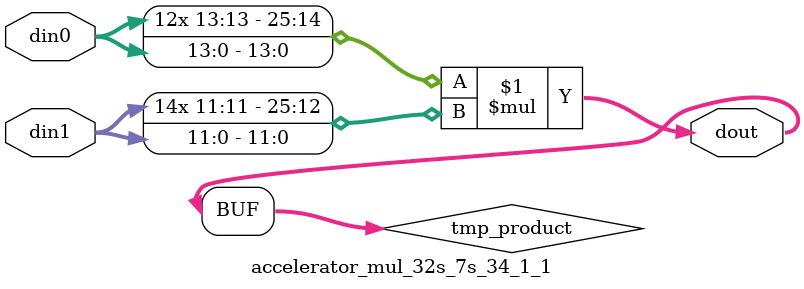
<source format=v>

`timescale 1 ns / 1 ps

 module accelerator_mul_32s_7s_34_1_1(din0, din1, dout);
parameter ID = 1;
parameter NUM_STAGE = 0;
parameter din0_WIDTH = 14;
parameter din1_WIDTH = 12;
parameter dout_WIDTH = 26;

input [din0_WIDTH - 1 : 0] din0; 
input [din1_WIDTH - 1 : 0] din1; 
output [dout_WIDTH - 1 : 0] dout;

wire signed [dout_WIDTH - 1 : 0] tmp_product;



























assign tmp_product = $signed(din0) * $signed(din1);








assign dout = tmp_product;





















endmodule

</source>
